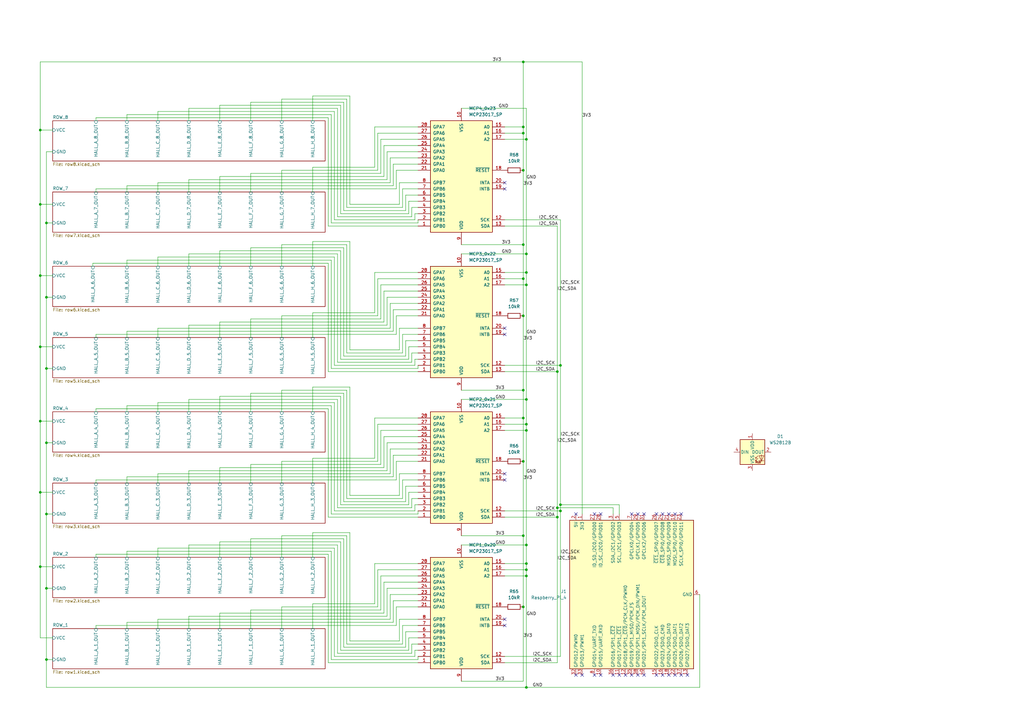
<source format=kicad_sch>
(kicad_sch (version 20250114) (generator "eeschema") (generator_version "9.0")
  (paper "A3")
  (lib_symbols
    (symbol "Connector:Raspberry_Pi_4"
      (property "Reference" "J" (at -17.526 48.768 0))
      (property "Value" "Raspberry_Pi_4" (at 15.748 -26.416 0))
      (symbol "Raspberry_Pi_4_0_1"
        (rectangle (start -30.48 25.4) (end 30.48 -25.4) (stroke (width 0.254)) (fill (type background)))
      )
      (symbol "Raspberry_Pi_4_1_1"
        (pin bidirectional line (at -33.02 22.86 0) (length 2.54) (name "GPIO12/PWM0") (number "32"))
        (pin bidirectional line (at -33.02 20.32 0) (length 2.54) (name "GPIO13/PWM1") (number "33"))
        (pin bidirectional line (at -33.02 15.24 0) (length 2.54) (name "GPIO14/UART_TXD") (number "8"))
        (pin bidirectional line (at -33.02 12.7 0) (length 2.54) (name "GPIO15/UART_RXD") (number "10"))
        (pin bidirectional line (at -33.02 7.62 0) (length 2.54) (name "GPIO16/SPI1_~{CE2}") (number "36"))
        (pin bidirectional line (at -33.02 5.08 0) (length 2.54) (name "GPIO17/SPI1_~{CE1}") (number "11"))
        (pin bidirectional line (at -33.02 2.54 0) (length 2.54) (name "GPIO18/SPI1_~{CE0}/PCM_CLK/PWM0") (number "12"))
        (pin bidirectional line (at -33.02 0 0) (length 2.54) (name "GPIO19/SPI1_MISO/PCM_FS") (number "35"))
        (pin bidirectional line (at -33.02 -2.54 0) (length 2.54) (name "GPIO20/SPI1_MOSI/PCM_DIN/PWM1") (number "38"))
        (pin bidirectional line (at -33.02 -5.08 0) (length 2.54) (name "GPIO21/SPI1_SCLK/PCM_DOUT") (number "40"))
        (pin bidirectional line (at -33.02 -10.16 0) (length 2.54) (name "GPIO22/SDIO_CLK") (number "15"))
        (pin bidirectional line (at -33.02 -12.7 0) (length 2.54) (name "GPIO23/SDIO_CMD") (number "16"))
        (pin bidirectional line (at -33.02 -15.24 0) (length 2.54) (name "GPIO24/SDIO_DAT0") (number "18"))
        (pin bidirectional line (at -33.02 -17.78 0) (length 2.54) (name "GPIO25/SDIO_DAT1") (number "22"))
        (pin bidirectional line (at -33.02 -20.32 0) (length 2.54) (name "GPIO26/SDIO_DAT2") (number "37"))
        (pin bidirectional line (at -33.02 -22.86 0) (length 2.54) (name "GPIO27/SDIO_DAT3") (number "13"))
        (pin passive line (at 0 -27.94 90) (length 2.54) (hide yes) (name "GND") (number "14"))
        (pin passive line (at 0 -27.94 90) (length 2.54) (hide yes) (name "GND") (number "20"))
        (pin passive line (at 0 -27.94 90) (length 2.54) (hide yes) (name "GND") (number "25"))
        (pin passive line (at 0 -27.94 90) (length 2.54) (hide yes) (name "GND") (number "30"))
        (pin passive line (at 0 -27.94 90) (length 2.54) (hide yes) (name "GND") (number "34"))
        (pin passive line (at 0 -27.94 90) (length 2.54) (hide yes) (name "GND") (number "39"))
        (pin power_out line (at 0 -27.94 90) (length 2.54) (name "GND") (number "6"))
        (pin passive line (at 0 -27.94 90) (length 2.54) (hide yes) (name "GND") (number "9"))
        (pin power_out line (at 33.02 22.86 180) (length 2.54) (name "5V") (number "2"))
        (pin passive line (at 33.02 22.86 180) (length 2.54) (hide yes) (name "5V") (number "4"))
        (pin power_out line (at 33.02 20.32 180) (length 2.54) (name "3V3") (number "1"))
        (pin passive line (at 33.02 20.32 180) (length 2.54) (hide yes) (name "3V3") (number "17"))
        (pin bidirectional line (at 33.02 15.24 180) (length 2.54) (name "ID_SD_I2C0/GPIO00") (number "27"))
        (pin bidirectional line (at 33.02 12.7 180) (length 2.54) (name "ID_SC_I2C0/GPIO01") (number "28"))
        (pin bidirectional line (at 33.02 7.62 180) (length 2.54) (name "SDA_I2C1/GPIO02") (number "3"))
        (pin bidirectional line (at 33.02 5.08 180) (length 2.54) (name "SCL_I2C1/GPIO03") (number "5"))
        (pin bidirectional line (at 33.02 0 180) (length 2.54) (name "GPCLK0/GPIO04") (number "7"))
        (pin bidirectional line (at 33.02 -2.54 180) (length 2.54) (name "GPCLK1/GPIO05") (number "29"))
        (pin bidirectional line (at 33.02 -5.08 180) (length 2.54) (name "GPCLK2/GPIO06") (number "31"))
        (pin bidirectional line (at 33.02 -10.16 180) (length 2.54) (name "~{CE1}_SPI0/GPIO07") (number "26"))
        (pin bidirectional line (at 33.02 -12.7 180) (length 2.54) (name "~{CE0}_SPI0/GPIO08") (number "24"))
        (pin bidirectional line (at 33.02 -15.24 180) (length 2.54) (name "MISO_SPI0/GPIO09") (number "21"))
        (pin bidirectional line (at 33.02 -17.78 180) (length 2.54) (name "MOSI_SPI0/GPIO10") (number "19"))
        (pin bidirectional line (at 33.02 -20.32 180) (length 2.54) (name "SCLK_SPI0/GPIO11") (number "23"))
      )
    )
    (symbol "Device:R" (pin_numbers (hide yes)) (pin_names (offset 0))
      (property "Reference" "R" (at 2.032 0 90))
      (property "Value" "R" (at 0 0 90))
      (symbol "R_0_1"
        (rectangle (start -1.016 -2.54) (end 1.016 2.54) (stroke (width 0.254)))
      )
      (symbol "R_1_1"
        (pin passive line (at 0 3.81 270) (length 1.27) (name "~") (number "1"))
        (pin passive line (at 0 -3.81 90) (length 1.27) (name "~") (number "2"))
      )
    )
    (symbol "Interface_Expansion:MCP23017_SP" (pin_names (offset 1.016))
      (property "Reference" "MCP1_0x20" (at -3.1181 -27.94 0))
      (property "Value" "MCP23017_SP" (at -3.1181 -25.4 0))
      (symbol "MCP23017_SP_0_1"
        (rectangle (start -12.7 22.86) (end 12.7 -22.86) (stroke (width 0.254)) (fill (type background)))
      )
      (symbol "MCP23017_SP_1_1"
        (pin bidirectional line (at -17.78 20.32 0) (length 5.08) (name "SDA") (number "13"))
        (pin input line (at -17.78 17.78 0) (length 5.08) (name "SCK") (number "12"))
        (pin tri_state line (at -17.78 5.08 0) (length 5.08) (name "INTB") (number "19"))
        (pin tri_state line (at -17.78 2.54 0) (length 5.08) (name "INTA") (number "20"))
        (pin input line (at -17.78 -2.54 0) (length 5.08) (name "~{RESET}") (number "18"))
        (pin input line (at -17.78 -15.24 0) (length 5.08) (name "A2") (number "17"))
        (pin input line (at -17.78 -17.78 0) (length 5.08) (name "A1") (number "16"))
        (pin input line (at -17.78 -20.32 0) (length 5.08) (name "A0") (number "15"))
        (pin no_connect line (at -12.7 15.24 0) (length 5.08) (hide yes) (name "NC") (number "11"))
        (pin no_connect line (at -12.7 12.7 0) (length 5.08) (hide yes) (name "NC") (number "14"))
        (pin power_in line (at 0 27.94 270) (length 5.08) (name "VDD") (number "9"))
        (pin power_in line (at 0 -27.94 90) (length 5.08) (name "VSS") (number "10"))
        (pin bidirectional line (at 17.78 20.32 180) (length 5.08) (name "GPB0") (number "1"))
        (pin bidirectional line (at 17.78 17.78 180) (length 5.08) (name "GPB1") (number "2"))
        (pin bidirectional line (at 17.78 15.24 180) (length 5.08) (name "GPB2") (number "3"))
        (pin bidirectional line (at 17.78 12.7 180) (length 5.08) (name "GPB3") (number "4"))
        (pin bidirectional line (at 17.78 10.16 180) (length 5.08) (name "GPB4") (number "5"))
        (pin bidirectional line (at 17.78 7.62 180) (length 5.08) (name "GPB5") (number "6"))
        (pin bidirectional line (at 17.78 5.08 180) (length 5.08) (name "GPB6") (number "7"))
        (pin bidirectional line (at 17.78 2.54 180) (length 5.08) (name "GPB7") (number "8"))
        (pin bidirectional line (at 17.78 -2.54 180) (length 5.08) (name "GPA0") (number "21"))
        (pin bidirectional line (at 17.78 -5.08 180) (length 5.08) (name "GPA1") (number "22"))
        (pin bidirectional line (at 17.78 -7.62 180) (length 5.08) (name "GPA2") (number "23"))
        (pin bidirectional line (at 17.78 -10.16 180) (length 5.08) (name "GPA3") (number "24"))
        (pin bidirectional line (at 17.78 -12.7 180) (length 5.08) (name "GPA4") (number "25"))
        (pin bidirectional line (at 17.78 -15.24 180) (length 5.08) (name "GPA5") (number "26"))
        (pin bidirectional line (at 17.78 -17.78 180) (length 5.08) (name "GPA6") (number "27"))
        (pin bidirectional line (at 17.78 -20.32 180) (length 5.08) (name "GPA7") (number "28"))
      )
    )
    (symbol "LED:WS2812B" (pin_names (offset 0.254))
      (property "Reference" "D" (at 5.08 5.715 0))
      (property "Value" "WS2812B" (at 1.27 -5.715 0))
      (symbol "WS2812B_0_0"
        (text "RGB" (at 2.286 -4.191 0) (effects (font (size 0.762 0.762))))
      )
      (symbol "WS2812B_0_1"
        (polyline (pts (xy 1.27 -2.54) (xy 1.778 -2.54)))
        (polyline (pts (xy 1.27 -3.556) (xy 1.778 -3.556)))
        (polyline (pts (xy 2.286 -1.524) (xy 1.27 -2.54) (xy 1.27 -2.032)))
        (polyline (pts (xy 2.286 -2.54) (xy 1.27 -3.556) (xy 1.27 -3.048)))
        (polyline (pts (xy 3.683 -1.016) (xy 3.683 -3.556) (xy 3.683 -4.064)))
        (polyline (pts (xy 4.699 -1.524) (xy 2.667 -1.524) (xy 3.683 -3.556) (xy 4.699 -1.524)))
        (polyline (pts (xy 4.699 -3.556) (xy 2.667 -3.556)))
        (rectangle (start 5.08 5.08) (end -5.08 -5.08) (stroke (width 0.254)) (fill (type background)))
      )
      (symbol "WS2812B_1_1"
        (pin input line (at -7.62 0 0) (length 2.54) (name "DIN") (number "4"))
        (pin power_in line (at 0 7.62 270) (length 2.54) (name "VDD") (number "1"))
        (pin power_in line (at 0 -7.62 90) (length 2.54) (name "VSS") (number "3"))
        (pin output line (at 7.62 0 180) (length 2.54) (name "DOUT") (number "2"))
      )
    )
    (symbol "MCP23017_SP_1" (pin_names (offset 1.016))
      (property "Reference" "MCP3_0x22" (at -3.1181 -27.94 0))
      (property "Value" "MCP23017_SP" (at -3.1181 -25.4 0))
      (symbol "MCP23017_SP_1_0_1"
        (rectangle (start -12.7 22.86) (end 12.7 -22.86) (stroke (width 0.254)) (fill (type background)))
      )
      (symbol "MCP23017_SP_1_1_1"
        (pin bidirectional line (at -17.78 20.32 0) (length 5.08) (name "SDA") (number "13"))
        (pin input line (at -17.78 17.78 0) (length 5.08) (name "SCK") (number "12"))
        (pin tri_state line (at -17.78 5.08 0) (length 5.08) (name "INTB") (number "19"))
        (pin tri_state line (at -17.78 2.54 0) (length 5.08) (name "INTA") (number "20"))
        (pin input line (at -17.78 -2.54 0) (length 5.08) (name "~{RESET}") (number "18"))
        (pin input line (at -17.78 -15.24 0) (length 5.08) (name "A2") (number "17"))
        (pin input line (at -17.78 -17.78 0) (length 5.08) (name "A1") (number "16"))
        (pin input line (at -17.78 -20.32 0) (length 5.08) (name "A0") (number "15"))
        (pin no_connect line (at -12.7 15.24 0) (length 5.08) (hide yes) (name "NC") (number "11"))
        (pin no_connect line (at -12.7 12.7 0) (length 5.08) (hide yes) (name "NC") (number "14"))
        (pin power_in line (at 0 27.94 270) (length 5.08) (name "VDD") (number "9"))
        (pin power_in line (at 0 -27.94 90) (length 5.08) (name "VSS") (number "10"))
        (pin bidirectional line (at 17.78 20.32 180) (length 5.08) (name "GPB0") (number "1"))
        (pin bidirectional line (at 17.78 17.78 180) (length 5.08) (name "GPB1") (number "2"))
        (pin bidirectional line (at 17.78 15.24 180) (length 5.08) (name "GPB2") (number "3"))
        (pin bidirectional line (at 17.78 12.7 180) (length 5.08) (name "GPB3") (number "4"))
        (pin bidirectional line (at 17.78 10.16 180) (length 5.08) (name "GPB4") (number "5"))
        (pin bidirectional line (at 17.78 7.62 180) (length 5.08) (name "GPB5") (number "6"))
        (pin bidirectional line (at 17.78 5.08 180) (length 5.08) (name "GPB6") (number "7"))
        (pin bidirectional line (at 17.78 2.54 180) (length 5.08) (name "GPB7") (number "8"))
        (pin bidirectional line (at 17.78 -2.54 180) (length 5.08) (name "GPA0") (number "21"))
        (pin bidirectional line (at 17.78 -5.08 180) (length 5.08) (name "GPA1") (number "22"))
        (pin bidirectional line (at 17.78 -7.62 180) (length 5.08) (name "GPA2") (number "23"))
        (pin bidirectional line (at 17.78 -10.16 180) (length 5.08) (name "GPA3") (number "24"))
        (pin bidirectional line (at 17.78 -12.7 180) (length 5.08) (name "GPA4") (number "25"))
        (pin bidirectional line (at 17.78 -15.24 180) (length 5.08) (name "GPA5") (number "26"))
        (pin bidirectional line (at 17.78 -17.78 180) (length 5.08) (name "GPA6") (number "27"))
        (pin bidirectional line (at 17.78 -20.32 180) (length 5.08) (name "GPA7") (number "28"))
      )
    )
    (symbol "MCP23017_SP_2" (pin_names (offset 1.016))
      (property "Reference" "MCP4_0x23" (at -3.1181 -27.94 0))
      (property "Value" "MCP23017_SP" (at -3.1181 -25.4 0))
      (symbol "MCP23017_SP_2_0_1"
        (rectangle (start -12.7 22.86) (end 12.7 -22.86) (stroke (width 0.254)) (fill (type background)))
      )
      (symbol "MCP23017_SP_2_1_1"
        (pin bidirectional line (at -17.78 20.32 0) (length 5.08) (name "SDA") (number "13"))
        (pin input line (at -17.78 17.78 0) (length 5.08) (name "SCK") (number "12"))
        (pin tri_state line (at -17.78 5.08 0) (length 5.08) (name "INTB") (number "19"))
        (pin tri_state line (at -17.78 2.54 0) (length 5.08) (name "INTA") (number "20"))
        (pin input line (at -17.78 -2.54 0) (length 5.08) (name "~{RESET}") (number "18"))
        (pin input line (at -17.78 -15.24 0) (length 5.08) (name "A2") (number "17"))
        (pin input line (at -17.78 -17.78 0) (length 5.08) (name "A1") (number "16"))
        (pin input line (at -17.78 -20.32 0) (length 5.08) (name "A0") (number "15"))
        (pin no_connect line (at -12.7 15.24 0) (length 5.08) (hide yes) (name "NC") (number "11"))
        (pin no_connect line (at -12.7 12.7 0) (length 5.08) (hide yes) (name "NC") (number "14"))
        (pin power_in line (at 0 27.94 270) (length 5.08) (name "VDD") (number "9"))
        (pin power_in line (at 0 -27.94 90) (length 5.08) (name "VSS") (number "10"))
        (pin bidirectional line (at 17.78 20.32 180) (length 5.08) (name "GPB0") (number "1"))
        (pin bidirectional line (at 17.78 17.78 180) (length 5.08) (name "GPB1") (number "2"))
        (pin bidirectional line (at 17.78 15.24 180) (length 5.08) (name "GPB2") (number "3"))
        (pin bidirectional line (at 17.78 12.7 180) (length 5.08) (name "GPB3") (number "4"))
        (pin bidirectional line (at 17.78 10.16 180) (length 5.08) (name "GPB4") (number "5"))
        (pin bidirectional line (at 17.78 7.62 180) (length 5.08) (name "GPB5") (number "6"))
        (pin bidirectional line (at 17.78 5.08 180) (length 5.08) (name "GPB6") (number "7"))
        (pin bidirectional line (at 17.78 2.54 180) (length 5.08) (name "GPB7") (number "8"))
        (pin bidirectional line (at 17.78 -2.54 180) (length 5.08) (name "GPA0") (number "21"))
        (pin bidirectional line (at 17.78 -5.08 180) (length 5.08) (name "GPA1") (number "22"))
        (pin bidirectional line (at 17.78 -7.62 180) (length 5.08) (name "GPA2") (number "23"))
        (pin bidirectional line (at 17.78 -10.16 180) (length 5.08) (name "GPA3") (number "24"))
        (pin bidirectional line (at 17.78 -12.7 180) (length 5.08) (name "GPA4") (number "25"))
        (pin bidirectional line (at 17.78 -15.24 180) (length 5.08) (name "GPA5") (number "26"))
        (pin bidirectional line (at 17.78 -17.78 180) (length 5.08) (name "GPA6") (number "27"))
        (pin bidirectional line (at 17.78 -20.32 180) (length 5.08) (name "GPA7") (number "28"))
      )
    )
    (symbol "MCP23017_SP_3" (pin_names (offset 1.016))
      (property "Reference" "MCP2_0x21" (at -3.1181 -27.94 0))
      (property "Value" "MCP23017_SP" (at -3.1181 -25.4 0))
      (symbol "MCP23017_SP_3_0_1"
        (rectangle (start -12.7 22.86) (end 12.7 -22.86) (stroke (width 0.254)) (fill (type background)))
      )
      (symbol "MCP23017_SP_3_1_1"
        (pin bidirectional line (at -17.78 20.32 0) (length 5.08) (name "SDA") (number "13"))
        (pin input line (at -17.78 17.78 0) (length 5.08) (name "SCK") (number "12"))
        (pin tri_state line (at -17.78 5.08 0) (length 5.08) (name "INTB") (number "19"))
        (pin tri_state line (at -17.78 2.54 0) (length 5.08) (name "INTA") (number "20"))
        (pin input line (at -17.78 -2.54 0) (length 5.08) (name "~{RESET}") (number "18"))
        (pin input line (at -17.78 -15.24 0) (length 5.08) (name "A2") (number "17"))
        (pin input line (at -17.78 -17.78 0) (length 5.08) (name "A1") (number "16"))
        (pin input line (at -17.78 -20.32 0) (length 5.08) (name "A0") (number "15"))
        (pin no_connect line (at -12.7 15.24 0) (length 5.08) (hide yes) (name "NC") (number "11"))
        (pin no_connect line (at -12.7 12.7 0) (length 5.08) (hide yes) (name "NC") (number "14"))
        (pin power_in line (at 0 27.94 270) (length 5.08) (name "VDD") (number "9"))
        (pin power_in line (at 0 -27.94 90) (length 5.08) (name "VSS") (number "10"))
        (pin bidirectional line (at 17.78 20.32 180) (length 5.08) (name "GPB0") (number "1"))
        (pin bidirectional line (at 17.78 17.78 180) (length 5.08) (name "GPB1") (number "2"))
        (pin bidirectional line (at 17.78 15.24 180) (length 5.08) (name "GPB2") (number "3"))
        (pin bidirectional line (at 17.78 12.7 180) (length 5.08) (name "GPB3") (number "4"))
        (pin bidirectional line (at 17.78 10.16 180) (length 5.08) (name "GPB4") (number "5"))
        (pin bidirectional line (at 17.78 7.62 180) (length 5.08) (name "GPB5") (number "6"))
        (pin bidirectional line (at 17.78 5.08 180) (length 5.08) (name "GPB6") (number "7"))
        (pin bidirectional line (at 17.78 2.54 180) (length 5.08) (name "GPB7") (number "8"))
        (pin bidirectional line (at 17.78 -2.54 180) (length 5.08) (name "GPA0") (number "21"))
        (pin bidirectional line (at 17.78 -5.08 180) (length 5.08) (name "GPA1") (number "22"))
        (pin bidirectional line (at 17.78 -7.62 180) (length 5.08) (name "GPA2") (number "23"))
        (pin bidirectional line (at 17.78 -10.16 180) (length 5.08) (name "GPA3") (number "24"))
        (pin bidirectional line (at 17.78 -12.7 180) (length 5.08) (name "GPA4") (number "25"))
        (pin bidirectional line (at 17.78 -15.24 180) (length 5.08) (name "GPA5") (number "26"))
        (pin bidirectional line (at 17.78 -17.78 180) (length 5.08) (name "GPA6") (number "27"))
        (pin bidirectional line (at 17.78 -20.32 180) (length 5.08) (name "GPA7") (number "28"))
      )
    )
  )
  (junction (at 19.05 241.3))
  (junction (at 215.9 173.99))
  (junction (at 19.05 210.82))
  (junction (at 215.9 223.52))
  (junction (at 214.63 54.61))
  (junction (at 19.05 270.51))
  (junction (at 16.51 172.72))
  (junction (at 215.9 57.15))
  (junction (at 215.9 231.14))
  (junction (at 228.6 212.09))
  (junction (at 228.6 152.4))
  (junction (at 16.51 113.03))
  (junction (at 214.63 189.23))
  (junction (at 215.9 281.94))
  (junction (at 215.9 111.76))
  (junction (at 19.05 151.13))
  (junction (at 214.63 114.3))
  (junction (at 214.63 25.4))
  (junction (at 229.87 207.01))
  (junction (at 215.9 233.68))
  (junction (at 214.63 100.33))
  (junction (at 215.9 104.14))
  (junction (at 16.51 142.24))
  (junction (at 215.9 116.84))
  (junction (at 214.63 160.02))
  (junction (at 214.63 129.54))
  (junction (at 229.87 149.86))
  (junction (at 214.63 69.85))
  (junction (at 16.51 201.93))
  (junction (at 19.05 91.44))
  (junction (at 214.63 248.92))
  (junction (at 19.05 181.61))
  (junction (at 214.63 219.71))
  (junction (at 214.63 52.07))
  (junction (at 215.9 163.83))
  (junction (at 16.51 232.41))
  (junction (at 16.51 53.34))
  (junction (at 16.51 83.82))
  (junction (at 229.87 209.55))
  (junction (at 19.05 121.92))
  (junction (at 215.9 176.53))
  (junction (at 228.6 208.28))
  (junction (at 215.9 236.22))
  (junction (at 214.63 171.45))
  (no_connect (at 274.32 210.82))
  (no_connect (at 269.24 276.86))
  (no_connect (at 259.08 276.86))
  (no_connect (at 276.86 210.82))
  (no_connect (at 281.94 276.86))
  (no_connect (at 246.38 276.86))
  (no_connect (at 264.16 276.86))
  (no_connect (at 261.62 276.86))
  (no_connect (at 236.22 210.82))
  (no_connect (at 261.62 210.82))
  (no_connect (at 264.16 210.82))
  (no_connect (at 243.84 276.86))
  (no_connect (at 243.84 210.82))
  (no_connect (at 207.01 74.93))
  (no_connect (at 246.38 210.82))
  (no_connect (at 271.78 276.86))
  (no_connect (at 238.76 276.86))
  (no_connect (at 207.01 137.16))
  (no_connect (at 256.54 276.86))
  (no_connect (at 276.86 276.86))
  (no_connect (at 251.46 276.86))
  (no_connect (at 274.32 276.86))
  (no_connect (at 207.01 256.54))
  (no_connect (at 259.08 210.82))
  (no_connect (at 271.78 210.82))
  (no_connect (at 269.24 210.82))
  (no_connect (at 207.01 196.85))
  (no_connect (at 279.4 210.82))
  (no_connect (at 279.4 276.86))
  (no_connect (at 207.01 134.62))
  (no_connect (at 207.01 254))
  (no_connect (at 207.01 77.47))
  (no_connect (at 236.22 276.86))
  (no_connect (at 207.01 194.31))
  (no_connect (at 254 276.86))
  (wire (pts (xy 229.87 269.24) (xy 207.01 269.24)))
  (wire (pts (xy 115.57 100.33) (xy 142.24 100.33)))
  (wire (pts (xy 238.76 210.82) (xy 238.76 25.4)))
  (wire (pts (xy 215.9 44.45) (xy 215.9 57.15)))
  (wire (pts (xy 207.01 231.14) (xy 215.9 231.14)))
  (wire (pts (xy 163.83 203.2) (xy 163.83 194.31)))
  (wire (pts (xy 207.01 54.61) (xy 214.63 54.61)))
  (wire (pts (xy 134.62 152.4) (xy 171.45 152.4)))
  (wire (pts (xy 19.05 151.13) (xy 19.05 121.92)))
  (wire (pts (xy 214.63 100.33) (xy 214.63 114.3)))
  (wire (pts (xy 143.51 218.44) (xy 143.51 262.89)))
  (wire (pts (xy 229.87 209.55) (xy 229.87 269.24)))
  (wire (pts (xy 134.62 48.26) (xy 134.62 92.71)))
  (wire (pts (xy 16.51 142.24) (xy 21.59 142.24)))
  (wire (pts (xy 77.47 133.35) (xy 158.75 133.35)))
  (wire (pts (xy 39.37 196.85) (xy 162.56 196.85)))
  (wire (pts (xy 138.43 163.83) (xy 138.43 208.28)))
  (wire (pts (xy 254 207.01) (xy 229.87 207.01)))
  (wire (pts (xy 170.18 90.17) (xy 170.18 87.63)))
  (wire (pts (xy 160.02 134.62) (xy 160.02 124.46)))
  (wire (pts (xy 207.01 52.07) (xy 214.63 52.07)))
  (wire (pts (xy 143.51 39.37) (xy 143.51 83.82)))
  (wire (pts (xy 137.16 224.79) (xy 64.77 224.79)))
  (wire (pts (xy 165.1 137.16) (xy 171.45 137.16)))
  (wire (pts (xy 166.37 259.08) (xy 171.45 259.08)))
  (wire (pts (xy 215.9 233.68) (xy 215.9 236.22)))
  (wire (pts (xy 229.87 207.01) (xy 229.87 149.86)))
  (wire (pts (xy 139.7 147.32) (xy 167.64 147.32)))
  (wire (pts (xy 39.37 256.54) (xy 162.56 256.54)))
  (wire (pts (xy 16.51 53.34) (xy 16.51 83.82)))
  (wire (pts (xy 102.87 109.22) (xy 102.87 101.6)))
  (wire (pts (xy 161.29 67.31) (xy 171.45 67.31)))
  (wire (pts (xy 16.51 113.03) (xy 21.59 113.03)))
  (wire (pts (xy 162.56 129.54) (xy 171.45 129.54)))
  (wire (pts (xy 156.21 190.5) (xy 102.87 190.5)))
  (wire (pts (xy 153.67 171.45) (xy 171.45 171.45)))
  (wire (pts (xy 39.37 48.26) (xy 134.62 48.26)))
  (wire (pts (xy 64.77 224.79) (xy 64.77 228.6)))
  (wire (pts (xy 128.27 138.43) (xy 128.27 128.27)))
  (wire (pts (xy 140.97 205.74) (xy 166.37 205.74)))
  (wire (pts (xy 154.94 173.99) (xy 171.45 173.99)))
  (wire (pts (xy 64.77 109.22) (xy 64.77 105.41)))
  (wire (pts (xy 207.01 176.53) (xy 215.9 176.53)))
  (wire (pts (xy 139.7 207.01) (xy 167.64 207.01)))
  (wire (pts (xy 168.91 204.47) (xy 171.45 204.47)))
  (wire (pts (xy 154.94 54.61) (xy 171.45 54.61)))
  (wire (pts (xy 16.51 172.72) (xy 21.59 172.72)))
  (wire (pts (xy 165.1 256.54) (xy 171.45 256.54)))
  (wire (pts (xy 160.02 243.84) (xy 160.02 254)))
  (wire (pts (xy 215.9 163.83) (xy 215.9 173.99)))
  (wire (pts (xy 215.9 223.52) (xy 215.9 231.14)))
  (wire (pts (xy 140.97 265.43) (xy 166.37 265.43)))
  (wire (pts (xy 228.6 92.71) (xy 228.6 152.4)))
  (wire (pts (xy 135.89 270.51) (xy 171.45 270.51)))
  (wire (pts (xy 52.07 198.12) (xy 52.07 195.58)))
  (wire (pts (xy 77.47 168.91) (xy 77.47 163.83)))
  (wire (pts (xy 154.94 248.92) (xy 154.94 233.68)))
  (wire (pts (xy 160.02 194.31) (xy 160.02 184.15)))
  (wire (pts (xy 19.05 241.3) (xy 19.05 210.82)))
  (wire (pts (xy 19.05 241.3) (xy 21.59 241.3)))
  (wire (pts (xy 189.23 44.45) (xy 215.9 44.45)))
  (wire (pts (xy 214.63 189.23) (xy 214.63 219.71)))
  (wire (pts (xy 39.37 168.91) (xy 39.37 167.64)))
  (wire (pts (xy 128.27 158.75) (xy 143.51 158.75)))
  (wire (pts (xy 128.27 39.37) (xy 143.51 39.37)))
  (wire (pts (xy 214.63 114.3) (xy 214.63 129.54)))
  (wire (pts (xy 162.56 189.23) (xy 171.45 189.23)))
  (wire (pts (xy 143.51 218.44) (xy 128.27 218.44)))
  (wire (pts (xy 143.51 99.06) (xy 143.51 143.51)))
  (wire (pts (xy 64.77 138.43) (xy 64.77 134.62)))
  (wire (pts (xy 170.18 209.55) (xy 170.18 207.01)))
  (wire (pts (xy 142.24 85.09) (xy 165.1 85.09)))
  (wire (pts (xy 140.97 220.98) (xy 102.87 220.98)))
  (wire (pts (xy 158.75 252.73) (xy 77.47 252.73)))
  (wire (pts (xy 19.05 281.94) (xy 215.9 281.94)))
  (wire (pts (xy 228.6 208.28) (xy 228.6 152.4)))
  (wire (pts (xy 189.23 104.14) (xy 215.9 104.14)))
  (wire (pts (xy 161.29 76.2) (xy 161.29 67.31)))
  (wire (pts (xy 90.17 43.18) (xy 139.7 43.18)))
  (wire (pts (xy 143.51 262.89) (xy 163.83 262.89)))
  (wire (pts (xy 207.01 152.4) (xy 228.6 152.4)))
  (wire (pts (xy 140.97 161.29) (xy 140.97 205.74)))
  (wire (pts (xy 77.47 73.66) (xy 158.75 73.66)))
  (wire (pts (xy 52.07 109.22) (xy 52.07 106.68)))
  (wire (pts (xy 115.57 219.71) (xy 115.57 228.6)))
  (wire (pts (xy 142.24 100.33) (xy 142.24 144.78)))
  (wire (pts (xy 214.63 69.85) (xy 214.63 100.33)))
  (wire (pts (xy 135.89 166.37) (xy 135.89 210.82)))
  (wire (pts (xy 157.48 59.69) (xy 171.45 59.69)))
  (wire (pts (xy 207.01 149.86) (xy 229.87 149.86)))
  (wire (pts (xy 162.56 196.85) (xy 162.56 189.23)))
  (wire (pts (xy 215.9 231.14) (xy 215.9 233.68)))
  (wire (pts (xy 156.21 176.53) (xy 156.21 190.5)))
  (wire (pts (xy 163.83 254) (xy 171.45 254)))
  (wire (pts (xy 90.17 138.43) (xy 90.17 132.08)))
  (wire (pts (xy 64.77 165.1) (xy 137.16 165.1)))
  (wire (pts (xy 137.16 149.86) (xy 170.18 149.86)))
  (wire (pts (xy 214.63 171.45) (xy 214.63 189.23)))
  (wire (pts (xy 214.63 54.61) (xy 214.63 69.85)))
  (wire (pts (xy 163.83 262.89) (xy 163.83 254)))
  (wire (pts (xy 154.94 129.54) (xy 154.94 114.3)))
  (wire (pts (xy 171.45 176.53) (xy 156.21 176.53)))
  (wire (pts (xy 19.05 91.44) (xy 21.59 91.44)))
  (wire (pts (xy 134.62 271.78) (xy 171.45 271.78)))
  (wire (pts (xy 138.43 104.14) (xy 138.43 148.59)))
  (wire (pts (xy 157.48 179.07) (xy 171.45 179.07)))
  (wire (pts (xy 138.43 88.9) (xy 168.91 88.9)))
  (wire (pts (xy 77.47 49.53) (xy 77.47 44.45)))
  (wire (pts (xy 64.77 74.93) (xy 160.02 74.93)))
  (wire (pts (xy 115.57 40.64) (xy 142.24 40.64)))
  (wire (pts (xy 157.48 191.77) (xy 157.48 179.07)))
  (wire (pts (xy 19.05 210.82) (xy 21.59 210.82)))
  (wire (pts (xy 254 210.82) (xy 254 207.01)))
  (wire (pts (xy 134.62 227.33) (xy 134.62 271.78)))
  (wire (pts (xy 168.91 264.16) (xy 171.45 264.16)))
  (wire (pts (xy 90.17 198.12) (xy 90.17 191.77)))
  (wire (pts (xy 157.48 119.38) (xy 171.45 119.38)))
  (wire (pts (xy 189.23 223.52) (xy 215.9 223.52)))
  (wire (pts (xy 215.9 116.84) (xy 215.9 163.83)))
  (wire (pts (xy 137.16 224.79) (xy 137.16 269.24)))
  (wire (pts (xy 134.62 107.95) (xy 134.62 152.4)))
  (wire (pts (xy 171.45 151.13) (xy 171.45 149.86)))
  (wire (pts (xy 168.91 85.09) (xy 171.45 85.09)))
  (wire (pts (xy 214.63 129.54) (xy 214.63 160.02)))
  (wire (pts (xy 162.56 77.47) (xy 162.56 69.85)))
  (wire (pts (xy 138.43 44.45) (xy 138.43 88.9)))
  (wire (pts (xy 214.63 25.4) (xy 214.63 52.07)))
  (wire (pts (xy 228.6 208.28) (xy 228.6 212.09)))
  (wire (pts (xy 207.01 233.68) (xy 215.9 233.68)))
  (wire (pts (xy 171.45 270.51) (xy 171.45 269.24)))
  (wire (pts (xy 137.16 45.72) (xy 137.16 90.17)))
  (wire (pts (xy 102.87 49.53) (xy 102.87 41.91)))
  (wire (pts (xy 139.7 222.25) (xy 139.7 266.7)))
  (wire (pts (xy 39.37 138.43) (xy 39.37 137.16)))
  (wire (pts (xy 143.51 143.51) (xy 163.83 143.51)))
  (wire (pts (xy 165.1 85.09) (xy 165.1 77.47)))
  (wire (pts (xy 161.29 246.38) (xy 171.45 246.38)))
  (wire (pts (xy 153.67 231.14) (xy 171.45 231.14)))
  (wire (pts (xy 160.02 184.15) (xy 171.45 184.15)))
  (wire (pts (xy 128.27 99.06) (xy 143.51 99.06)))
  (wire (pts (xy 165.1 264.16) (xy 165.1 256.54)))
  (wire (pts (xy 115.57 129.54) (xy 154.94 129.54)))
  (wire (pts (xy 64.77 254) (xy 64.77 257.81)))
  (wire (pts (xy 168.91 148.59) (xy 168.91 144.78)))
  (wire (pts (xy 39.37 49.53) (xy 39.37 48.26)))
  (wire (pts (xy 115.57 69.85) (xy 154.94 69.85)))
  (wire (pts (xy 142.24 204.47) (xy 165.1 204.47)))
  (wire (pts (xy 19.05 121.92) (xy 19.05 91.44)))
  (wire (pts (xy 140.97 220.98) (xy 140.97 265.43)))
  (wire (pts (xy 215.9 111.76) (xy 215.9 116.84)))
  (wire (pts (xy 16.51 25.4) (xy 16.51 53.34)))
  (wire (pts (xy 135.89 151.13) (xy 171.45 151.13)))
  (wire (pts (xy 52.07 49.53) (xy 52.07 46.99)))
  (wire (pts (xy 128.27 109.22) (xy 128.27 99.06)))
  (wire (pts (xy 16.51 83.82) (xy 21.59 83.82)))
  (wire (pts (xy 115.57 109.22) (xy 115.57 100.33)))
  (wire (pts (xy 64.77 78.74) (xy 64.77 74.93)))
  (wire (pts (xy 163.83 194.31) (xy 171.45 194.31)))
  (wire (pts (xy 137.16 209.55) (xy 170.18 209.55)))
  (wire (pts (xy 166.37 139.7) (xy 171.45 139.7)))
  (wire (pts (xy 90.17 102.87) (xy 139.7 102.87)))
  (wire (pts (xy 90.17 109.22) (xy 90.17 102.87)))
  (wire (pts (xy 64.77 49.53) (xy 64.77 45.72)))
  (wire (pts (xy 167.64 207.01) (xy 167.64 201.93)))
  (wire (pts (xy 115.57 49.53) (xy 115.57 40.64)))
  (wire (pts (xy 134.62 212.09) (xy 171.45 212.09)))
  (wire (pts (xy 128.27 68.58) (xy 153.67 68.58)))
  (wire (pts (xy 170.18 149.86) (xy 170.18 147.32)))
  (wire (pts (xy 115.57 160.02) (xy 142.24 160.02)))
  (wire (pts (xy 158.75 241.3) (xy 158.75 252.73)))
  (wire (pts (xy 137.16 90.17) (xy 170.18 90.17)))
  (wire (pts (xy 207.01 90.17) (xy 229.87 90.17)))
  (wire (pts (xy 156.21 116.84) (xy 171.45 116.84)))
  (wire (pts (xy 139.7 87.63) (xy 167.64 87.63)))
  (wire (pts (xy 189.23 163.83) (xy 215.9 163.83)))
  (wire (pts (xy 102.87 71.12) (xy 156.21 71.12)))
  (wire (pts (xy 134.62 167.64) (xy 134.62 212.09)))
  (wire (pts (xy 52.07 255.27) (xy 161.29 255.27)))
  (wire (pts (xy 139.7 102.87) (xy 139.7 147.32)))
  (wire (pts (xy 52.07 46.99) (xy 135.89 46.99)))
  (wire (pts (xy 166.37 86.36) (xy 166.37 80.01)))
  (wire (pts (xy 39.37 257.81) (xy 39.37 256.54)))
  (wire (pts (xy 19.05 270.51) (xy 19.05 241.3)))
  (wire (pts (xy 161.29 195.58) (xy 161.29 186.69)))
  (wire (pts (xy 90.17 132.08) (xy 157.48 132.08)))
  (wire (pts (xy 163.83 134.62) (xy 171.45 134.62)))
  (wire (pts (xy 90.17 257.81) (xy 90.17 251.46)))
  (wire (pts (xy 158.75 193.04) (xy 158.75 181.61)))
  (wire (pts (xy 167.64 201.93) (xy 171.45 201.93)))
  (wire (pts (xy 115.57 138.43) (xy 115.57 129.54)))
  (wire (pts (xy 102.87 250.19) (xy 156.21 250.19)))
  (wire (pts (xy 102.87 161.29) (xy 140.97 161.29)))
  (wire (pts (xy 215.9 236.22) (xy 215.9 281.94)))
  (wire (pts (xy 161.29 255.27) (xy 161.29 246.38)))
  (wire (pts (xy 165.1 204.47) (xy 165.1 196.85)))
  (wire (pts (xy 166.37 146.05) (xy 166.37 139.7)))
  (wire (pts (xy 228.6 212.09) (xy 228.6 271.78)))
  (wire (pts (xy 207.01 171.45) (xy 214.63 171.45)))
  (wire (pts (xy 39.37 77.47) (xy 162.56 77.47)))
  (wire (pts (xy 38.1 109.22) (xy 38.1 107.95)))
  (wire (pts (xy 16.51 25.4) (xy 214.63 25.4)))
  (wire (pts (xy 128.27 257.81) (xy 128.27 247.65)))
  (wire (pts (xy 77.47 44.45) (xy 138.43 44.45)))
  (wire (pts (xy 102.87 220.98) (xy 102.87 228.6)))
  (wire (pts (xy 52.07 168.91) (xy 52.07 166.37)))
  (wire (pts (xy 153.67 111.76) (xy 171.45 111.76)))
  (wire (pts (xy 16.51 83.82) (xy 16.51 113.03)))
  (wire (pts (xy 90.17 49.53) (xy 90.17 43.18)))
  (wire (pts (xy 168.91 267.97) (xy 168.91 264.16)))
  (wire (pts (xy 287.02 243.84) (xy 287.02 281.94)))
  (wire (pts (xy 166.37 205.74) (xy 166.37 199.39)))
  (wire (pts (xy 142.24 219.71) (xy 115.57 219.71)))
  (wire (pts (xy 168.91 144.78) (xy 171.45 144.78)))
  (wire (pts (xy 19.05 62.23) (xy 21.59 62.23)))
  (wire (pts (xy 19.05 91.44) (xy 19.05 62.23)))
  (wire (pts (xy 77.47 78.74) (xy 77.47 73.66)))
  (wire (pts (xy 64.77 134.62) (xy 160.02 134.62)))
  (wire (pts (xy 64.77 168.91) (xy 64.77 165.1)))
  (wire (pts (xy 19.05 210.82) (xy 19.05 181.61)))
  (wire (pts (xy 153.67 68.58) (xy 153.67 52.07)))
  (wire (pts (xy 215.9 176.53) (xy 215.9 223.52)))
  (wire (pts (xy 138.43 148.59) (xy 168.91 148.59)))
  (wire (pts (xy 229.87 207.01) (xy 229.87 209.55)))
  (wire (pts (xy 153.67 128.27) (xy 153.67 111.76)))
  (wire (pts (xy 160.02 124.46) (xy 171.45 124.46)))
  (wire (pts (xy 251.46 208.28) (xy 228.6 208.28)))
  (wire (pts (xy 170.18 269.24) (xy 170.18 266.7)))
  (wire (pts (xy 115.57 168.91) (xy 115.57 160.02)))
  (wire (pts (xy 168.91 208.28) (xy 168.91 204.47)))
  (wire (pts (xy 140.97 146.05) (xy 166.37 146.05)))
  (wire (pts (xy 128.27 187.96) (xy 153.67 187.96)))
  (wire (pts (xy 156.21 71.12) (xy 156.21 57.15)))
  (wire (pts (xy 137.16 105.41) (xy 137.16 149.86)))
  (wire (pts (xy 143.51 158.75) (xy 143.51 203.2)))
  (wire (pts (xy 157.48 59.69) (xy 157.48 72.39)))
  (wire (pts (xy 171.45 210.82) (xy 171.45 209.55)))
  (wire (pts (xy 16.51 53.34) (xy 21.59 53.34)))
  (wire (pts (xy 39.37 78.74) (xy 39.37 77.47)))
  (wire (pts (xy 167.64 147.32) (xy 167.64 142.24)))
  (wire (pts (xy 156.21 236.22) (xy 171.45 236.22)))
  (wire (pts (xy 19.05 151.13) (xy 21.59 151.13)))
  (wire (pts (xy 90.17 222.25) (xy 90.17 228.6)))
  (wire (pts (xy 102.87 257.81) (xy 102.87 250.19)))
  (wire (pts (xy 115.57 248.92) (xy 154.94 248.92)))
  (wire (pts (xy 160.02 254) (xy 64.77 254)))
  (wire (pts (xy 19.05 181.61) (xy 21.59 181.61)))
  (wire (pts (xy 16.51 113.03) (xy 16.51 142.24)))
  (wire (pts (xy 90.17 72.39) (xy 157.48 72.39)))
  (wire (pts (xy 163.83 143.51) (xy 163.83 134.62)))
  (wire (pts (xy 139.7 266.7) (xy 167.64 266.7)))
  (wire (pts (xy 162.56 69.85) (xy 171.45 69.85)))
  (wire (pts (xy 135.89 226.06) (xy 52.07 226.06)))
  (wire (pts (xy 77.47 138.43) (xy 77.47 133.35)))
  (wire (pts (xy 171.45 243.84) (xy 160.02 243.84)))
  (wire (pts (xy 161.29 127) (xy 171.45 127)))
  (wire (pts (xy 102.87 78.74) (xy 102.87 71.12)))
  (wire (pts (xy 171.45 91.44) (xy 171.45 90.17)))
  (wire (pts (xy 158.75 181.61) (xy 171.45 181.61)))
  (wire (pts (xy 102.87 138.43) (xy 102.87 130.81)))
  (wire (pts (xy 154.94 69.85) (xy 154.94 54.61)))
  (wire (pts (xy 153.67 52.07) (xy 171.45 52.07)))
  (wire (pts (xy 167.64 87.63) (xy 167.64 82.55)))
  (wire (pts (xy 128.27 168.91) (xy 128.27 158.75)))
  (wire (pts (xy 153.67 187.96) (xy 153.67 171.45)))
  (wire (pts (xy 166.37 80.01) (xy 171.45 80.01)))
  (wire (pts (xy 16.51 172.72) (xy 16.51 201.93)))
  (wire (pts (xy 157.48 251.46) (xy 157.48 238.76)))
  (wire (pts (xy 207.01 57.15) (xy 215.9 57.15)))
  (wire (pts (xy 135.89 46.99) (xy 135.89 91.44)))
  (wire (pts (xy 143.51 83.82) (xy 163.83 83.82)))
  (wire (pts (xy 135.89 106.68) (xy 135.89 151.13)))
  (wire (pts (xy 160.02 74.93) (xy 160.02 64.77)))
  (wire (pts (xy 167.64 261.62) (xy 171.45 261.62)))
  (wire (pts (xy 215.9 57.15) (xy 215.9 104.14)))
  (wire (pts (xy 171.45 241.3) (xy 158.75 241.3)))
  (wire (pts (xy 163.83 83.82) (xy 163.83 74.93)))
  (wire (pts (xy 207.01 236.22) (xy 215.9 236.22)))
  (wire (pts (xy 154.94 189.23) (xy 154.94 173.99)))
  (wire (pts (xy 156.21 130.81) (xy 156.21 116.84)))
  (wire (pts (xy 214.63 52.07) (xy 214.63 54.61)))
  (wire (pts (xy 228.6 271.78) (xy 207.01 271.78)))
  (wire (pts (xy 115.57 78.74) (xy 115.57 69.85)))
  (wire (pts (xy 128.27 247.65) (xy 153.67 247.65)))
  (wire (pts (xy 77.47 252.73) (xy 77.47 257.81)))
  (wire (pts (xy 157.48 132.08) (xy 157.48 119.38)))
  (wire (pts (xy 207.01 209.55) (xy 229.87 209.55)))
  (wire (pts (xy 52.07 195.58) (xy 161.29 195.58)))
  (wire (pts (xy 19.05 121.92) (xy 21.59 121.92)))
  (wire (pts (xy 16.51 232.41) (xy 21.59 232.41)))
  (wire (pts (xy 39.37 227.33) (xy 39.37 228.6)))
  (wire (pts (xy 154.94 114.3) (xy 171.45 114.3)))
  (wire (pts (xy 165.1 144.78) (xy 165.1 137.16)))
  (wire (pts (xy 39.37 137.16) (xy 162.56 137.16)))
  (wire (pts (xy 167.64 266.7) (xy 167.64 261.62)))
  (wire (pts (xy 167.64 142.24) (xy 171.45 142.24)))
  (wire (pts (xy 167.64 82.55) (xy 171.45 82.55)))
  (wire (pts (xy 158.75 133.35) (xy 158.75 121.92)))
  (wire (pts (xy 77.47 104.14) (xy 138.43 104.14)))
  (wire (pts (xy 142.24 160.02) (xy 142.24 204.47)))
  (wire (pts (xy 77.47 163.83) (xy 138.43 163.83)))
  (wire (pts (xy 64.77 45.72) (xy 137.16 45.72)))
  (wire (pts (xy 16.51 201.93) (xy 16.51 232.41)))
  (wire (pts (xy 189.23 160.02) (xy 214.63 160.02)))
  (wire (pts (xy 156.21 250.19) (xy 156.21 236.22)))
  (wire (pts (xy 128.27 78.74) (xy 128.27 68.58)))
  (wire (pts (xy 189.23 100.33) (xy 214.63 100.33)))
  (wire (pts (xy 170.18 207.01) (xy 171.45 207.01)))
  (wire (pts (xy 138.43 208.28) (xy 168.91 208.28)))
  (wire (pts (xy 135.89 91.44) (xy 171.45 91.44)))
  (wire (pts (xy 19.05 181.61) (xy 19.05 151.13)))
  (wire (pts (xy 214.63 279.4) (xy 189.23 279.4)))
  (wire (pts (xy 52.07 76.2) (xy 161.29 76.2)))
  (wire (pts (xy 137.16 165.1) (xy 137.16 209.55)))
  (wire (pts (xy 135.89 210.82) (xy 171.45 210.82)))
  (wire (pts (xy 102.87 190.5) (xy 102.87 198.12)))
  (wire (pts (xy 64.77 105.41) (xy 137.16 105.41)))
  (wire (pts (xy 156.21 57.15) (xy 171.45 57.15)))
  (wire (pts (xy 138.43 223.52) (xy 77.47 223.52)))
  (wire (pts (xy 215.9 281.94) (xy 287.02 281.94)))
  (wire (pts (xy 38.1 107.95) (xy 134.62 107.95)))
  (wire (pts (xy 214.63 25.4) (xy 238.76 25.4)))
  (wire (pts (xy 214.63 248.92) (xy 214.63 279.4)))
  (wire (pts (xy 16.51 201.93) (xy 21.59 201.93)))
  (wire (pts (xy 229.87 149.86) (xy 229.87 90.17)))
  (wire (pts (xy 170.18 147.32) (xy 171.45 147.32)))
  (wire (pts (xy 16.51 142.24) (xy 16.51 172.72)))
  (wire (pts (xy 168.91 88.9) (xy 168.91 85.09)))
  (wire (pts (xy 135.89 226.06) (xy 135.89 270.51)))
  (wire (pts (xy 158.75 121.92) (xy 171.45 121.92)))
  (wire (pts (xy 189.23 219.71) (xy 214.63 219.71)))
  (wire (pts (xy 207.01 212.09) (xy 228.6 212.09)))
  (wire (pts (xy 161.29 135.89) (xy 161.29 127)))
  (wire (pts (xy 52.07 257.81) (xy 52.07 255.27)))
  (wire (pts (xy 90.17 168.91) (xy 90.17 162.56)))
  (wire (pts (xy 161.29 186.69) (xy 171.45 186.69)))
  (wire (pts (xy 166.37 265.43) (xy 166.37 259.08)))
  (wire (pts (xy 158.75 62.23) (xy 171.45 62.23)))
  (wire (pts (xy 64.77 194.31) (xy 160.02 194.31)))
  (wire (pts (xy 139.7 222.25) (xy 90.17 222.25)))
  (wire (pts (xy 90.17 78.74) (xy 90.17 72.39)))
  (wire (pts (xy 134.62 227.33) (xy 39.37 227.33)))
  (wire (pts (xy 115.57 198.12) (xy 115.57 189.23)))
  (wire (pts (xy 64.77 198.12) (xy 64.77 194.31)))
  (wire (pts (xy 52.07 138.43) (xy 52.07 135.89)))
  (wire (pts (xy 102.87 130.81) (xy 156.21 130.81)))
  (wire (pts (xy 134.62 92.71) (xy 171.45 92.71)))
  (wire (pts (xy 77.47 109.22) (xy 77.47 104.14)))
  (wire (pts (xy 142.24 144.78) (xy 165.1 144.78)))
  (wire (pts (xy 170.18 87.63) (xy 171.45 87.63)))
  (wire (pts (xy 52.07 226.06) (xy 52.07 228.6)))
  (wire (pts (xy 19.05 270.51) (xy 21.59 270.51)))
  (wire (pts (xy 251.46 210.82) (xy 251.46 208.28)))
  (wire (pts (xy 90.17 191.77) (xy 157.48 191.77)))
  (wire (pts (xy 128.27 128.27) (xy 153.67 128.27)))
  (wire (pts (xy 16.51 261.62) (xy 21.59 261.62)))
  (wire (pts (xy 128.27 198.12) (xy 128.27 187.96)))
  (wire (pts (xy 140.97 41.91) (xy 140.97 86.36)))
  (wire (pts (xy 138.43 223.52) (xy 138.43 267.97)))
  (wire (pts (xy 77.47 223.52) (xy 77.47 228.6)))
  (wire (pts (xy 77.47 198.12) (xy 77.47 193.04)))
  (wire (pts (xy 140.97 86.36) (xy 166.37 86.36)))
  (wire (pts (xy 142.24 40.64) (xy 142.24 85.09)))
  (wire (pts (xy 207.01 111.76) (xy 215.9 111.76)))
  (wire (pts (xy 142.24 264.16) (xy 165.1 264.16)))
  (wire (pts (xy 228.6 92.71) (xy 207.01 92.71)))
  (wire (pts (xy 143.51 203.2) (xy 163.83 203.2)))
  (wire (pts (xy 215.9 104.14) (xy 215.9 111.76)))
  (wire (pts (xy 214.63 219.71) (xy 214.63 248.92)))
  (wire (pts (xy 165.1 196.85) (xy 171.45 196.85)))
  (wire (pts (xy 52.07 166.37) (xy 135.89 166.37)))
  (wire (pts (xy 115.57 189.23) (xy 154.94 189.23)))
  (wire (pts (xy 102.87 101.6) (xy 140.97 101.6)))
  (wire (pts (xy 90.17 162.56) (xy 139.7 162.56)))
  (wire (pts (xy 158.75 73.66) (xy 158.75 62.23)))
  (wire (pts (xy 153.67 247.65) (xy 153.67 231.14)))
  (wire (pts (xy 163.83 74.93) (xy 171.45 74.93)))
  (wire (pts (xy 52.07 106.68) (xy 135.89 106.68)))
  (wire (pts (xy 215.9 173.99) (xy 215.9 176.53)))
  (wire (pts (xy 140.97 101.6) (xy 140.97 146.05)))
  (wire (pts (xy 207.01 173.99) (xy 215.9 173.99)))
  (wire (pts (xy 157.48 238.76) (xy 171.45 238.76)))
  (wire (pts (xy 170.18 266.7) (xy 171.45 266.7)))
  (wire (pts (xy 128.27 218.44) (xy 128.27 228.6)))
  (wire (pts (xy 207.01 114.3) (xy 214.63 114.3)))
  (wire (pts (xy 39.37 198.12) (xy 39.37 196.85)))
  (wire (pts (xy 102.87 168.91) (xy 102.87 161.29)))
  (wire (pts (xy 162.56 256.54) (xy 162.56 248.92)))
  (wire (pts (xy 102.87 41.91) (xy 140.97 41.91)))
  (wire (pts (xy 142.24 219.71) (xy 142.24 264.16)))
  (wire (pts (xy 115.57 257.81) (xy 115.57 248.92)))
  (wire (pts (xy 166.37 199.39) (xy 171.45 199.39)))
  (wire (pts (xy 39.37 167.64) (xy 134.62 167.64)))
  (wire (pts (xy 137.16 269.24) (xy 170.18 269.24)))
  (wire (pts (xy 139.7 43.18) (xy 139.7 87.63)))
  (wire (pts (xy 154.94 233.68) (xy 171.45 233.68)))
  (wire (pts (xy 128.27 49.53) (xy 128.27 39.37)))
  (wire (pts (xy 214.63 160.02) (xy 214.63 171.45)))
  (wire (pts (xy 19.05 270.51) (xy 19.05 281.94)))
  (wire (pts (xy 52.07 78.74) (xy 52.07 76.2)))
  (wire (pts (xy 16.51 232.41) (xy 16.51 261.62)))
  (wire (pts (xy 165.1 77.47) (xy 171.45 77.47)))
  (wire (pts (xy 162.56 248.92) (xy 171.45 248.92)))
  (wire (pts (xy 207.01 116.84) (xy 215.9 116.84)))
  (wire (pts (xy 90.17 251.46) (xy 157.48 251.46)))
  (wire (pts (xy 138.43 267.97) (xy 168.91 267.97)))
  (wire (pts (xy 52.07 135.89) (xy 161.29 135.89)))
  (wire (pts (xy 160.02 64.77) (xy 171.45 64.77)))
  (wire (pts (xy 139.7 162.56) (xy 139.7 207.01)))
  (wire (pts (xy 77.47 193.04) (xy 158.75 193.04)))
  (wire (pts (xy 162.56 137.16) (xy 162.56 129.54)))
  (label "I2C_SCK" (at 219.71 209.55 0))
  (label "3V3" (at 214.63 196.85 0))
  (label "GND" (at 204.47 44.45 0))
  (label "I2C_SCK" (at 220.98 90.17 0))
  (label "GND" (at 215.9 73.66 0))
  (label "GND" (at 205.74 104.14 0))
  (label "I2C_SDA" (at 228.6 181.61 0))
  (label "3V3" (at 214.63 261.62 0))
  (label "GND" (at 215.9 252.73 0))
  (label "3V3" (at 214.63 139.7 0))
  (label "3V3" (at 201.93 25.4 0))
  (label "3V3" (at 203.2 279.4 0))
  (label "I2C_SCK" (at 218.44 269.24 0))
  (label "I2C_SCK" (at 229.87 179.07 0))
  (label "GND" (at 215.9 194.31 0))
  (label "I2C_SDA" (at 220.98 92.71 0))
  (label "I2C_SDA" (at 228.6 119.38 0))
  (label "I2C_SDA" (at 218.44 271.78 0))
  (label "3V3" (at 205.74 100.33 0))
  (label "GND" (at 215.9 137.16 0))
  (label "I2C_SCK" (at 229.87 116.84 0))
  (label "I2C_SDA" (at 228.6 229.87 0))
  (label "I2C_SCK" (at 229.87 227.33 0))
  (label "I2C_SDA" (at 219.71 152.4 0))
  (label "3V3" (at 238.76 48.26 0))
  (label "3V3" (at 203.2 160.02 0))
  (label "I2C_SDA" (at 219.71 212.09 0))
  (label "I2C_SCK" (at 219.71 149.86 0))
  (label "3V3" (at 203.2 219.71 0))
  (label "3V3" (at 214.63 76.2 0))
  (label "GND" (at 218.44 281.94 0))
  (label "GND" (at 203.2 223.52 0))
  (label "GND" (at 203.2 163.83 0))
  (symbol (lib_id "LED:WS2812B") (at 308.61 185.42 0) (unit 1)
    (property "Reference" "D1" (at 320.04 178.9998 0))
    (property "Value" "WS2812B" (at 320.04 181.5398 0))
    (property "Footprint" "LED_SMD:LED_WS2812B_PLCC4_5.0x5.0mm_P3.2mm" (effects (hide yes)))
    (property "Datasheet" "https://cdn-shop.adafruit.com/datasheets/WS2812B.pdf" (effects (hide yes)))
    (property "Description" "RGB LED with integrated controller" (effects (hide yes)))
  )
  (symbol (lib_id "Device:R") (at 210.82 69.85 90) (unit 1)
    (property "Reference" "R68" (at 210.82 63.5 90))
    (property "Value" "10kR" (at 210.82 66.04 90))
    (property "Description" "Resistor" (effects (hide yes)))
  )
  (symbol (lib_id "Connector:Raspberry_Pi_4") (at 259.08 243.84 90) (unit 1)
    (property "Reference" "J1" (at 232.41 242.5699 90) (effects (justify left)))
    (property "Value" "Raspberry_Pi_4" (at 232.41 245.1099 90) (effects (justify left)))
    (property "Datasheet" "https://datasheets.raspberrypi.com/rpi4/raspberry-pi-4-datasheet.pdf" (effects (hide yes)))
    (property "Description" "Raspberry Pi 4 Model B" (effects (hide yes)))
  )
  (symbol (lib_id "Device:R") (at 210.82 248.92 90) (unit 1)
    (property "Reference" "R65" (at 210.82 242.57 90))
    (property "Value" "10kR" (at 210.82 245.11 90))
    (property "Description" "Resistor" (effects (hide yes)))
  )
  (symbol (lib_name "MCP23017_SP_2") (lib_id "Interface_Expansion:MCP23017_SP") (at 189.23 72.39 180) (unit 1)
    (property "Reference" "MCP4_0x23" (at 192.3481 44.45 0) (effects (justify right)))
    (property "Value" "MCP23017_SP" (at 192.3481 46.99 0) (effects (justify right)))
    (property "Footprint" "Package_DIP:DIP-28_W7.62mm" (effects (hide yes)))
    (property "Datasheet" "https://ww1.microchip.com/downloads/aemDocuments/documents/APID/ProductDocuments/DataSheets/MCP23017-Data-Sheet-DS20001952.pdf" (effects (hide yes)))
    (property "Description" "16-bit I/O expander, I2C, interrupts, w pull-ups, SPDIP-28" (effects (hide yes)))
  )
  (symbol (lib_name "MCP23017_SP_1") (lib_id "Interface_Expansion:MCP23017_SP") (at 189.23 132.08 180) (unit 1)
    (property "Reference" "MCP3_0x22" (at 192.3481 104.14 0) (effects (justify right)))
    (property "Value" "MCP23017_SP" (at 192.3481 106.68 0) (effects (justify right)))
    (property "Footprint" "Package_DIP:DIP-28_W7.62mm" (effects (hide yes)))
    (property "Datasheet" "https://ww1.microchip.com/downloads/aemDocuments/documents/APID/ProductDocuments/DataSheets/MCP23017-Data-Sheet-DS20001952.pdf" (effects (hide yes)))
    (property "Description" "16-bit I/O expander, I2C, interrupts, w pull-ups, SPDIP-28" (effects (hide yes)))
  )
  (symbol (lib_name "MCP23017_SP_3") (lib_id "Interface_Expansion:MCP23017_SP") (at 189.23 191.77 180) (unit 1)
    (property "Reference" "MCP2_0x21" (at 192.3481 163.83 0) (effects (justify right)))
    (property "Value" "MCP23017_SP" (at 192.3481 166.37 0) (effects (justify right)))
    (property "Footprint" "Package_DIP:DIP-28_W7.62mm" (effects (hide yes)))
    (property "Datasheet" "https://ww1.microchip.com/downloads/aemDocuments/documents/APID/ProductDocuments/DataSheets/MCP23017-Data-Sheet-DS20001952.pdf" (effects (hide yes)))
    (property "Description" "16-bit I/O expander, I2C, interrupts, w pull-ups, SPDIP-28" (effects (hide yes)))
  )
  (symbol (lib_id "Interface_Expansion:MCP23017_SP") (at 189.23 251.46 180) (unit 1)
    (property "Reference" "MCP1_0x20" (at 192.3481 223.52 0) (effects (justify right)))
    (property "Value" "MCP23017_SP" (at 192.3481 226.06 0) (effects (justify right)))
    (property "Footprint" "Package_DIP:DIP-28_W7.62mm" (effects (hide yes)))
    (property "Datasheet" "https://ww1.microchip.com/downloads/aemDocuments/documents/APID/ProductDocuments/DataSheets/MCP23017-Data-Sheet-DS20001952.pdf" (effects (hide yes)))
    (property "Description" "16-bit I/O expander, I2C, interrupts, w pull-ups, SPDIP-28" (effects (hide yes)))
  )
  (symbol (lib_id "Device:R") (at 210.82 129.54 90) (unit 1)
    (property "Reference" "R67" (at 210.82 123.19 90))
    (property "Value" "10kR" (at 210.82 125.73 90))
    (property "Description" "Resistor" (effects (hide yes)))
  )
  (symbol (lib_id "Device:R") (at 210.82 189.23 270) (unit 1)
    (property "Reference" "R66" (at 210.82 182.88 90))
    (property "Value" "10kR" (at 210.82 185.42 90))
    (property "Description" "Resistor" (effects (hide yes)))
  )
  (sheet (at 21.59 138.43) (size 111.76 16.51) (stroke (width 0.1524))
    (property "Sheetname" "ROW_5" (at 21.59 137.7184 0) (effects (justify left bottom)))
    (property "Sheetfile" "row5.kicad_sch" (at 21.59 155.5246 0) (effects (justify left top)))
    (pin "GND" input (at 21.59 151.13 180))
    (pin "HALL_A_5_OUT" input (at 39.37 138.43 90))
    (pin "HALL_B_5_OUT" input (at 52.07 138.43 90))
    (pin "HALL_C_5_OUT" input (at 64.77 138.43 90))
    (pin "HALL_D_5_OUT" input (at 77.47 138.43 90))
    (pin "HALL_E_5_OUT" input (at 90.17 138.43 90))
    (pin "HALL_F_5_OUT" input (at 102.87 138.43 90))
    (pin "HALL_G_5_OUT" input (at 115.57 138.43 90))
    (pin "HALL_H_5_OUT" input (at 128.27 138.43 90))
    (pin "VCC" input (at 21.59 142.24 180))
  )
  (sheet (at 21.59 228.6) (size 111.76 16.51) (stroke (width 0.1524))
    (property "Sheetname" "ROW_2" (at 21.59 227.8884 0) (effects (justify left bottom)))
    (property "Sheetfile" "row2.kicad_sch" (at 21.59 245.6946 0) (effects (justify left top)))
    (pin "GND" input (at 21.59 241.3 180))
    (pin "VCC" input (at 21.59 232.41 180))
    (pin "HALL_B_2_OUT" input (at 52.07 228.6 90))
    (pin "HALL_A_2_OUT" input (at 39.37 228.6 90))
    (pin "HALL_C_2_OUT" input (at 64.77 228.6 90))
    (pin "HALL_D_2_OUT" input (at 77.47 228.6 90))
    (pin "HALL_E_2_OUT" input (at 90.17 228.6 90))
    (pin "HALL_F_2_OUT" input (at 102.87 228.6 90))
    (pin "HALL_G_2_OUT" input (at 115.57 228.6 90))
    (pin "HALL_H_2_OUT" input (at 128.27 228.6 90))
  )
  (sheet (at 21.59 78.74) (size 111.76 16.51) (stroke (width 0.1524))
    (property "Sheetname" "ROW_7" (at 21.59 78.0284 0) (effects (justify left bottom)))
    (property "Sheetfile" "row7.kicad_sch" (at 21.59 95.8346 0) (effects (justify left top)))
    (pin "GND" input (at 21.59 91.44 180))
    (pin "HALL_A_7_OUT" input (at 39.37 78.74 90))
    (pin "HALL_B_7_OUT" input (at 52.07 78.74 90))
    (pin "HALL_C_7_OUT" input (at 64.77 78.74 90))
    (pin "HALL_D_7_OUT" input (at 77.47 78.74 90))
    (pin "HALL_E_7_OUT" input (at 90.17 78.74 90))
    (pin "HALL_F_7_OUT" input (at 102.87 78.74 90))
    (pin "HALL_G_7_OUT" input (at 115.57 78.74 90))
    (pin "HALL_H_7_OUT" input (at 128.27 78.74 90))
    (pin "VCC" input (at 21.59 83.82 180))
  )
  (sheet (at 21.59 109.22) (size 111.76 16.51) (stroke (width 0.1524))
    (property "Sheetname" "ROW_6" (at 21.59 108.5084 0) (effects (justify left bottom)))
    (property "Sheetfile" "row6.kicad_sch" (at 21.59 126.3146 0) (effects (justify left top)))
    (pin "GND" input (at 21.59 121.92 180))
    (pin "HALL_A_6_OUT" input (at 38.1 109.22 90))
    (pin "HALL_B_6_OUT" input (at 52.07 109.22 90))
    (pin "HALL_C_6_OUT" input (at 64.77 109.22 90))
    (pin "HALL_D_6_OUT" input (at 77.47 109.22 90))
    (pin "HALL_E_6_OUT" input (at 90.17 109.22 90))
    (pin "HALL_F_6_OUT" input (at 102.87 109.22 90))
    (pin "HALL_G_6_OUT" input (at 115.57 109.22 90))
    (pin "HALL_H_6_OUT" input (at 128.27 109.22 90))
    (pin "VCC" input (at 21.59 113.03 180))
  )
  (sheet (at 21.59 168.91) (size 111.76 16.51) (stroke (width 0.1524))
    (property "Sheetname" "ROW_4" (at 21.59 168.1984 0) (effects (justify left bottom)))
    (property "Sheetfile" "row4.kicad_sch" (at 21.59 186.0046 0) (effects (justify left top)))
    (pin "GND" input (at 21.59 181.61 180))
    (pin "HALL_A_4_OUT" input (at 39.37 168.91 90))
    (pin "HALL_B_4_OUT" input (at 52.07 168.91 90))
    (pin "HALL_C_4_OUT" input (at 64.77 168.91 90))
    (pin "HALL_D_4_OUT" input (at 77.47 168.91 90))
    (pin "HALL_E_4_OUT" input (at 90.17 168.91 90))
    (pin "HALL_F_4_OUT" input (at 102.87 168.91 90))
    (pin "HALL_G_4_OUT" input (at 115.57 168.91 90))
    (pin "HALL_H_4_OUT" input (at 128.27 168.91 90))
    (pin "VCC" input (at 21.59 172.72 180))
  )
  (sheet (at 21.59 198.12) (size 111.76 16.51) (stroke (width 0.1524))
    (property "Sheetname" "ROW_3" (at 21.59 197.4084 0) (effects (justify left bottom)))
    (property "Sheetfile" "row3.kicad_sch" (at 21.59 215.2146 0) (effects (justify left top)))
    (pin "GND" input (at 21.59 210.82 180))
    (pin "HALL_A_3_OUT" input (at 39.37 198.12 90))
    (pin "HALL_B_3_OUT" input (at 52.07 198.12 90))
    (pin "HALL_C_3_OUT" input (at 64.77 198.12 90))
    (pin "HALL_D_3_OUT" input (at 77.47 198.12 90))
    (pin "HALL_E_3_OUT" input (at 90.17 198.12 90))
    (pin "HALL_F_3_OUT" input (at 102.87 198.12 90))
    (pin "HALL_G_3_OUT" input (at 115.57 198.12 90))
    (pin "HALL_H_3_OUT" input (at 128.27 198.12 90))
    (pin "VCC" input (at 21.59 201.93 180))
  )
  (sheet (at 21.59 257.81) (size 111.76 16.51) (stroke (width 0.1524))
    (property "Sheetname" "ROW_1" (at 21.59 257.0984 0) (effects (justify left bottom)))
    (property "Sheetfile" "row1.kicad_sch" (at 21.59 274.9046 0) (effects (justify left top)))
    (pin "GND" input (at 21.59 270.51 180))
    (pin "VCC" input (at 21.59 261.62 180))
    (pin "HALL_A_1_OUT" input (at 39.37 257.81 90))
    (pin "HALL_B_1_OUT" input (at 52.07 257.81 90))
    (pin "HALL_C_1_OUT" input (at 64.77 257.81 90))
    (pin "HALL_D_1_OUT" input (at 77.47 257.81 90))
    (pin "HALL_E_1_OUT" input (at 90.17 257.81 90))
    (pin "HALL_F_1_OUT" input (at 102.87 257.81 90))
    (pin "HALL_G_1_OUT" input (at 115.57 257.81 90))
    (pin "HALL_H_1_OUT" input (at 128.27 257.81 90))
  )
  (sheet (at 21.59 49.53) (size 111.76 16.51) (stroke (width 0.1524))
    (property "Sheetname" "ROW_8" (at 21.59 48.8184 0) (effects (justify left bottom)))
    (property "Sheetfile" "row8.kicad_sch" (at 21.59 66.6246 0) (effects (justify left top)))
    (pin "GND" input (at 21.59 62.23 180))
    (pin "HALL_A_8_OUT" input (at 39.37 49.53 90))
    (pin "HALL_B_8_OUT" input (at 52.07 49.53 90))
    (pin "HALL_C_8_OUT" input (at 64.77 49.53 90))
    (pin "HALL_D_8_OUT" input (at 77.47 49.53 90))
    (pin "HALL_E_8_OUT" input (at 90.17 49.53 90))
    (pin "HALL_F_8_OUT" input (at 102.87 49.53 90))
    (pin "HALL_G_8_OUT" input (at 115.57 49.53 90))
    (pin "HALL_H_8_OUT" input (at 128.27 49.53 90))
    (pin "VCC" input (at 21.59 53.34 180))
  )
)
</source>
